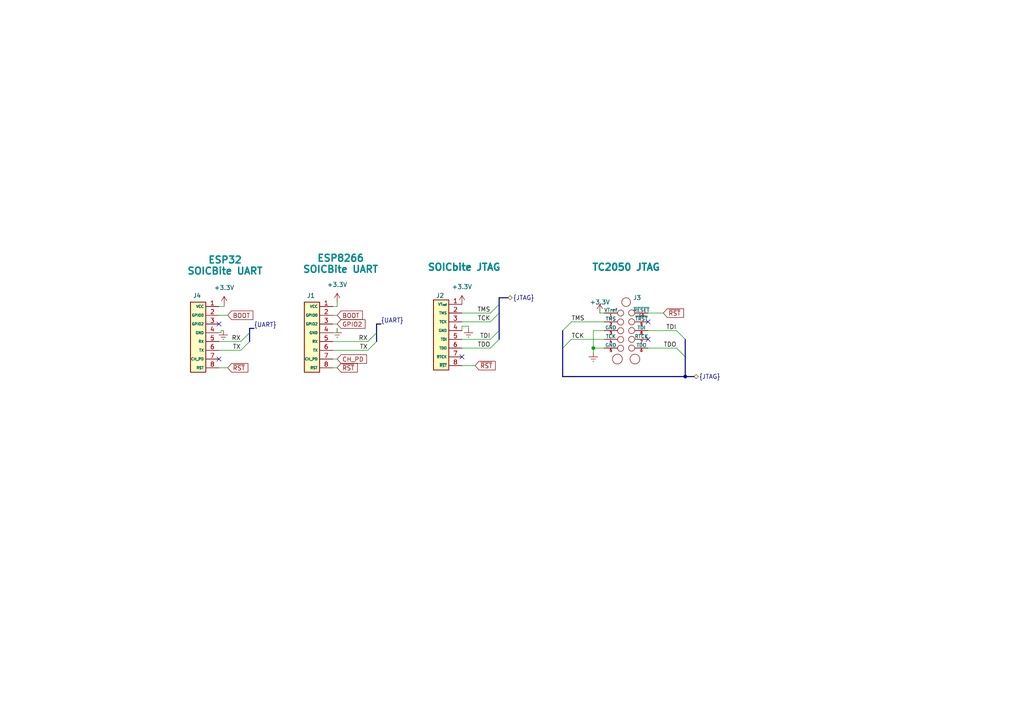
<source format=kicad_sch>
(kicad_sch (version 20231120) (generator "eeschema") (generator_version "8.0")
  (paper "A4")
  (lib_symbols
    (symbol "ESP-EZ-Debug:SOICbite-ESP8266" (in_bom no)
      (property "Reference" "J" (at -8.255 -1.905 0))
      (property "Value" "ProgConn-SOICBite" (at -7.62 0.635 0))
      (symbol "SOICbite-ESP8266_1_1"
        (rectangle (start -10.795 22.86) (end -6.35 2.54) (stroke (width 0.254)) (fill (type background)))
        (pin passive line (at -2.54 21.59 180) (length 3.81) (name "VCC") (number "1"))
        (pin passive line (at -2.54 19.05 180) (length 3.81) (name "GPIO0") (number "2"))
        (pin passive line (at -2.54 16.51 180) (length 3.81) (name "GPIO2") (number "3"))
        (pin passive line (at -2.54 13.97 180) (length 3.81) (name "GND") (number "4"))
        (pin passive line (at -2.54 11.43 180) (length 3.81) (name "RX") (number "5"))
        (pin passive line (at -2.54 8.89 180) (length 3.81) (name "TX") (number "6"))
        (pin passive line (at -2.54 6.35 180) (length 3.81) (name "CH_PD") (number "7"))
        (pin passive line (at -2.54 3.81 180) (length 3.81) (name "RST") (number "8"))
      )
    )
    (symbol "ESP-EZ-Debug:SOICbite-JTAG" (in_bom no)
      (property "Reference" "J" (at -8.255 -1.905 0))
      (property "Value" "SOICbite-JTAG" (at -7.62 0.635 0))
      (symbol "SOICbite-JTAG_1_1"
        (rectangle (start -10.795 22.86) (end -6.35 2.54) (stroke (width 0.254)) (fill (type background)))
        (pin passive line (at -2.54 21.59 180) (length 3.81) (name "VT_{ref}") (number "1"))
        (pin passive line (at -2.54 19.05 180) (length 3.81) (name "TMS") (number "2"))
        (pin passive line (at -2.54 16.51 180) (length 3.81) (name "TCK") (number "3"))
        (pin passive line (at -2.54 13.97 180) (length 3.81) (name "GND") (number "4"))
        (pin passive line (at -2.54 11.43 180) (length 3.81) (name "TDI") (number "5"))
        (pin passive line (at -2.54 8.89 180) (length 3.81) (name "TDO") (number "6"))
        (pin passive line (at -2.54 6.35 180) (length 3.81) (name "RTCK") (number "7"))
        (pin passive line (at -2.54 3.81 180) (length 3.81) (name "~{RST}") (number "8"))
      )
    )
    (symbol "ESP-EZ-Debug:TC2050-JTAG" (pin_names (offset 0)) (in_bom no)
      (property "Reference" "J" (at 0 0 0))
      (property "Value" "TC2050-JTAG" (at 0 0 0))
      (symbol "TC2050-JTAG_0_1"
        (circle (center -2.54 1.905) (radius 1.4224))
        (circle (center -1.6002 15.24) (radius 0.889))
        (circle (center 0 18.415) (radius 1.27))
      )
      (symbol "TC2050-JTAG_1_1"
        (circle (center -1.6002 5.0292) (radius 0.889))
        (circle (center -1.6002 7.5692) (radius 0.889))
        (circle (center -1.6002 10.1092) (radius 0.889))
        (circle (center -1.6002 12.6492) (radius 0.889))
        (circle (center 1.6002 5.08) (radius 0.889))
        (circle (center 1.6002 7.62) (radius 0.889))
        (circle (center 1.6002 10.16) (radius 0.889))
        (circle (center 1.6002 12.7) (radius 0.889))
        (circle (center 1.6002 15.2908) (radius 0.889))
        (circle (center 2.54 1.905) (radius 1.4224))
        (pin passive line (at -6.35 15.24 0) (length 3.81) (name "VTref") (number "1"))
        (pin passive line (at 6.35 15.24 180) (length 3.81) (name "~{RESET}") (number "10"))
        (pin passive line (at -6.35 12.7 0) (length 3.81) (name "TMS") (number "2"))
        (pin passive line (at -6.35 10.16 0) (length 3.81) (name "GND") (number "3"))
        (pin passive line (at -6.35 7.62 0) (length 3.81) (name "TCK") (number "4"))
        (pin passive line (at -6.35 5.08 0) (length 3.81) (name "GND") (number "5"))
        (pin passive line (at 6.35 5.08 180) (length 3.81) (name "TDO") (number "6"))
        (pin passive line (at 6.35 7.62 180) (length 3.81) (name "RTCK") (number "7"))
        (pin passive line (at 6.35 10.16 180) (length 3.81) (name "TDI") (number "8"))
        (pin passive line (at 6.35 12.7 180) (length 3.81) (name "~{TRST}") (number "9"))
      )
    )
    (symbol "power:+3.3V" (power) (pin_names (offset 0))
      (property "Value" "+3.3V" (at 0 3.556 0))
      (symbol "+3.3V_0_1"
        (polyline (pts (xy -0.762 1.27) (xy 0 2.54)))
        (polyline (pts (xy 0 0) (xy 0 2.54)))
        (polyline (pts (xy 0 2.54) (xy 0.762 1.27)))
      )
      (symbol "+3.3V_1_1"
        (pin power_in line (at 0 0 90) (length 0) hide (name "+3.3V") (number "1"))
      )
    )
    (symbol "power:Earth" (power) (pin_names (offset 0))
      (symbol "Earth_0_1"
        (polyline (pts (xy -0.635 -1.905) (xy 0.635 -1.905)))
        (polyline (pts (xy -0.127 -2.54) (xy 0.127 -2.54)))
        (polyline (pts (xy 0 -1.27) (xy 0 0)))
        (polyline (pts (xy 1.27 -1.27) (xy -1.27 -1.27)))
      )
      (symbol "Earth_1_1"
        (pin power_in line (at 0 0 270) (length 0) hide (name "Earth") (number "1"))
      )
    )
  )
  (junction (at 172.085 100.965))
  (junction (at 198.755 109.22))
  (no_connect (at 63.5 93.98))
  (no_connect (at 63.5 104.14))
  (no_connect (at 187.96 98.425))
  (no_connect (at 187.96 93.345))
  (no_connect (at 133.985 103.505))
  (bus_entry (at 144.78 98.425) (size -2.54 2.54))
  (bus_entry (at 198.755 98.425) (size -2.54 -2.54))
  (bus_entry (at 163.195 95.885) (size 2.54 -2.54))
  (bus_entry (at 144.78 90.805) (size -2.54 2.54))
  (bus_entry (at 163.195 100.965) (size 2.54 -2.54))
  (bus_entry (at 69.85 99.06) (size 2.54 -2.54))
  (bus_entry (at 144.78 95.885) (size -2.54 2.54))
  (bus_entry (at 144.78 88.265) (size -2.54 2.54))
  (bus_entry (at 69.85 101.6) (size 2.54 -2.54))
  (bus_entry (at 106.68 99.06) (size 2.54 -2.54))
  (bus_entry (at 106.68 101.6) (size 2.54 -2.54))
  (bus_entry (at 198.755 103.505) (size -2.54 -2.54))
  (wire (pts (xy 133.985 94.615) (xy 133.985 95.885)))
  (wire (pts (xy 64.135 95.885) (xy 64.135 96.52)))
  (wire (pts (xy 97.79 96.52) (xy 96.52 96.52)))
  (wire (pts (xy 135.89 94.615) (xy 133.985 94.615)))
  (bus (pts (xy 147.32 86.36) (xy 144.78 86.36)))
  (wire (pts (xy 165.735 93.345) (xy 175.26 93.345)))
  (wire (pts (xy 97.79 88.9) (xy 96.52 88.9)))
  (wire (pts (xy 63.5 99.06) (xy 69.85 99.06)))
  (bus (pts (xy 72.39 95.25) (xy 72.39 96.52)))
  (wire (pts (xy 96.52 93.98) (xy 97.79 93.98)))
  (wire (pts (xy 64.135 96.52) (xy 63.5 96.52)))
  (wire (pts (xy 135.89 95.25) (xy 135.89 94.615)))
  (wire (pts (xy 97.79 87.63) (xy 97.79 88.9)))
  (wire (pts (xy 187.96 95.885) (xy 196.215 95.885)))
  (bus (pts (xy 109.22 93.98) (xy 109.22 96.52)))
  (wire (pts (xy 65.024 88.519) (xy 65.024 88.9)))
  (bus (pts (xy 198.755 109.22) (xy 163.195 109.22)))
  (bus (pts (xy 144.78 95.885) (xy 144.78 98.425)))
  (wire (pts (xy 96.52 104.14) (xy 97.79 104.14)))
  (wire (pts (xy 63.5 101.6) (xy 69.85 101.6)))
  (wire (pts (xy 173.99 90.805) (xy 175.26 90.805)))
  (wire (pts (xy 65.024 88.9) (xy 63.5 88.9)))
  (bus (pts (xy 163.195 100.965) (xy 163.195 109.22)))
  (wire (pts (xy 63.5 106.68) (xy 66.04 106.68)))
  (bus (pts (xy 144.78 86.36) (xy 144.78 88.265)))
  (wire (pts (xy 64.135 95.885) (xy 64.77 95.885)))
  (bus (pts (xy 109.22 93.98) (xy 110.49 93.98)))
  (wire (pts (xy 66.04 91.44) (xy 63.5 91.44)))
  (wire (pts (xy 187.96 100.965) (xy 196.215 100.965)))
  (bus (pts (xy 72.39 96.52) (xy 72.39 99.06)))
  (wire (pts (xy 172.085 100.965) (xy 175.26 100.965)))
  (bus (pts (xy 144.78 88.265) (xy 144.78 90.805)))
  (wire (pts (xy 97.79 95.25) (xy 97.79 96.52)))
  (wire (pts (xy 172.085 100.965) (xy 172.085 95.885)))
  (wire (pts (xy 142.24 93.345) (xy 133.985 93.345)))
  (wire (pts (xy 96.52 99.06) (xy 106.68 99.06)))
  (wire (pts (xy 172.085 95.885) (xy 175.26 95.885)))
  (wire (pts (xy 96.52 101.6) (xy 106.68 101.6)))
  (bus (pts (xy 72.39 95.25) (xy 73.66 95.25)))
  (bus (pts (xy 198.755 98.425) (xy 198.755 103.505)))
  (wire (pts (xy 187.96 90.805) (xy 192.405 90.805)))
  (bus (pts (xy 163.195 95.885) (xy 163.195 100.965)))
  (wire (pts (xy 133.985 106.045) (xy 137.795 106.045)))
  (wire (pts (xy 142.24 90.805) (xy 133.985 90.805)))
  (wire (pts (xy 165.735 98.425) (xy 175.26 98.425)))
  (bus (pts (xy 198.755 109.22) (xy 201.295 109.22)))
  (wire (pts (xy 96.52 106.68) (xy 97.79 106.68)))
  (bus (pts (xy 144.78 90.805) (xy 144.78 95.885)))
  (wire (pts (xy 172.085 102.235) (xy 172.085 100.965)))
  (bus (pts (xy 109.22 96.52) (xy 109.22 99.06)))
  (bus (pts (xy 198.755 103.505) (xy 198.755 109.22)))
  (wire (pts (xy 96.52 91.44) (xy 97.79 91.44)))
  (wire (pts (xy 133.985 100.965) (xy 142.24 100.965)))
  (wire (pts (xy 133.985 98.425) (xy 142.24 98.425)))
  (text "ESP32\nSOICBite UART" (at 65.278 77.216 0) (effects (font (size 2 2) (thickness 0.4) (bold yes))))
  (text "ESP8266\nSOICBite UART" (at 98.806 76.708 0) (effects (font (size 2 2) (thickness 0.4) (bold yes))))
  (label "RX" (at 106.68 99.06 180))
  (label "TDI" (at 142.24 98.425 180))
  (label "TDI" (at 196.215 95.885 180))
  (label "RX" (at 69.85 99.06 180))
  (label "TMS" (at 142.24 90.805 180))
  (label "TX" (at 69.85 101.6 180))
  (label "TCK" (at 165.735 98.425 0))
  (label "{UART}" (at 73.66 95.25 0))
  (label "{UART}" (at 110.49 93.98 0))
  (label "TMS" (at 165.735 93.345 0))
  (label "TCK" (at 142.24 93.345 180))
  (label "TDO" (at 196.215 100.965 180))
  (label "TDO" (at 142.24 100.965 180))
  (label "TX" (at 106.68 101.6 180))
  (global_label "~{RST}" (shape input) (at 66.04 106.68 0) (property "Intersheetrefs" "${INTERSHEET_REFS}" (effects (hide yes))))
  (global_label "GPIO2" (shape input) (at 97.79 93.98 0) (property "Intersheetrefs" "${INTERSHEET_REFS}" (effects (hide yes))))
  (global_label "~{RST}" (shape input) (at 137.795 106.045 0) (property "Intersheetrefs" "${INTERSHEET_REFS}" (effects (hide yes))))
  (global_label "BOOT" (shape input) (at 97.79 91.44 0) (property "Intersheetrefs" "${INTERSHEET_REFS}" (effects (hide yes))))
  (global_label "~{RST}" (shape input) (at 97.79 106.68 0) (property "Intersheetrefs" "${INTERSHEET_REFS}" (effects (hide yes))))
  (global_label "CH_PD" (shape input) (at 97.79 104.14 0) (property "Intersheetrefs" "${INTERSHEET_REFS}" (effects (hide yes))))
  (global_label "BOOT" (shape input) (at 66.04 91.44 0) (property "Intersheetrefs" "${INTERSHEET_REFS}" (effects (hide yes))))
  (global_label "~{RST}" (shape input) (at 192.405 90.805 0) (property "Intersheetrefs" "${INTERSHEET_REFS}" (effects (hide yes))))
  (hierarchical_label "{JTAG}" (shape bidirectional) (at 147.32 86.36 0))
  (hierarchical_label "{JTAG}" (shape bidirectional) (at 201.295 109.22 0))
  (symbol (lib_id "power:+3.3V") (at 173.99 90.805 0) (unit 1)
    (property "Reference" "#PWR01" (effects (hide yes)))
    (property "Value" "+3.3V" (at 173.99 87.63 0))
  )
  (symbol (lib_id "power:+3.3V") (at 65.024 88.519 0) (unit 1)
    (property "Reference" "#PWR08" (effects (hide yes)))
    (property "Value" "+3.3V" (at 65.024 83.439 0))
  )
  (symbol (lib_id "ESP-EZ-Debug:TC2050-JTAG") (at 181.61 106.045 0) (unit 1) (exclude_from_sim yes) (in_bom no)
    (property "Reference" "J3" (at 184.785 86.36 0))
    (property "Value" "TC2050 JTAG" (at 181.61 77.47 0) (effects (font (size 2 2) (bold yes))))
    (property "Footprint" "Connector:Tag-Connect_TC2050-IDC-FP_2x05_P1.27mm_Vertical" (effects (hide yes)))
  )
  (symbol (lib_id "power:Earth") (at 135.89 95.25 0) (unit 1)
    (property "Reference" "#PWR06" (effects (hide yes)))
    (property "Value" "Earth" (effects (hide yes)))
  )
  (symbol (lib_id "power:Earth") (at 172.085 102.235 0) (mirror y) (unit 1)
    (property "Reference" "#PWR02" (effects (hide yes)))
    (property "Value" "Earth" (effects (hide yes)))
  )
  (symbol (lib_id "ESP-EZ-Debug:SOICbite-ESP8266") (at 99.06 110.49 0) (unit 1) (exclude_from_sim yes) (in_bom no)
    (property "Reference" "J1" (at 90.17 85.725 0))
    (property "Value" "ESP8266 SOICbite UART" (effects (hide yes)))
    (property "Footprint" "ESP-EZ-Debug:SOIC_clipProgESP" (effects (hide yes)))
  )
  (symbol (lib_id "power:Earth") (at 64.77 95.885 0) (unit 1)
    (property "Reference" "#PWR07" (effects (hide yes)))
    (property "Value" "Earth" (effects (hide yes)))
  )
  (symbol (lib_id "ESP-EZ-Debug:SOICbite-ESP8266") (at 66.04 110.49 0) (unit 1) (exclude_from_sim yes) (in_bom no)
    (property "Reference" "J4" (at 57.15 85.725 0))
    (property "Value" "ESP8266 SOICbite UART" (effects (hide yes)))
    (property "Footprint" "ESP-EZ-Debug:SOIC_clipProgESP" (effects (hide yes)))
  )
  (symbol (lib_id "power:Earth") (at 97.79 95.25 0) (unit 1)
    (property "Reference" "#PWR03" (effects (hide yes)))
    (property "Value" "Earth" (effects (hide yes)))
  )
  (symbol (lib_id "power:+3.3V") (at 133.985 88.265 0) (unit 1)
    (property "Reference" "#PWR05" (effects (hide yes)))
    (property "Value" "+3.3V" (at 133.985 83.185 0))
  )
  (symbol (lib_id "power:+3.3V") (at 97.79 87.63 0) (unit 1)
    (property "Reference" "#PWR04" (effects (hide yes)))
    (property "Value" "+3.3V" (at 97.79 82.55 0))
  )
  (symbol (lib_id "ESP-EZ-Debug:SOICbite-JTAG") (at 136.525 109.855 0) (unit 1) (exclude_from_sim yes) (in_bom no)
    (property "Reference" "J2" (at 127.635 85.725 0))
    (property "Value" "SOICbite JTAG" (at 134.62 77.47 0) (effects (font (size 2 2) (bold yes))))
    (property "Footprint" "ESP-EZ-Debug:SOIC_clipProgSmall" (effects (hide yes)))
  )
)
</source>
